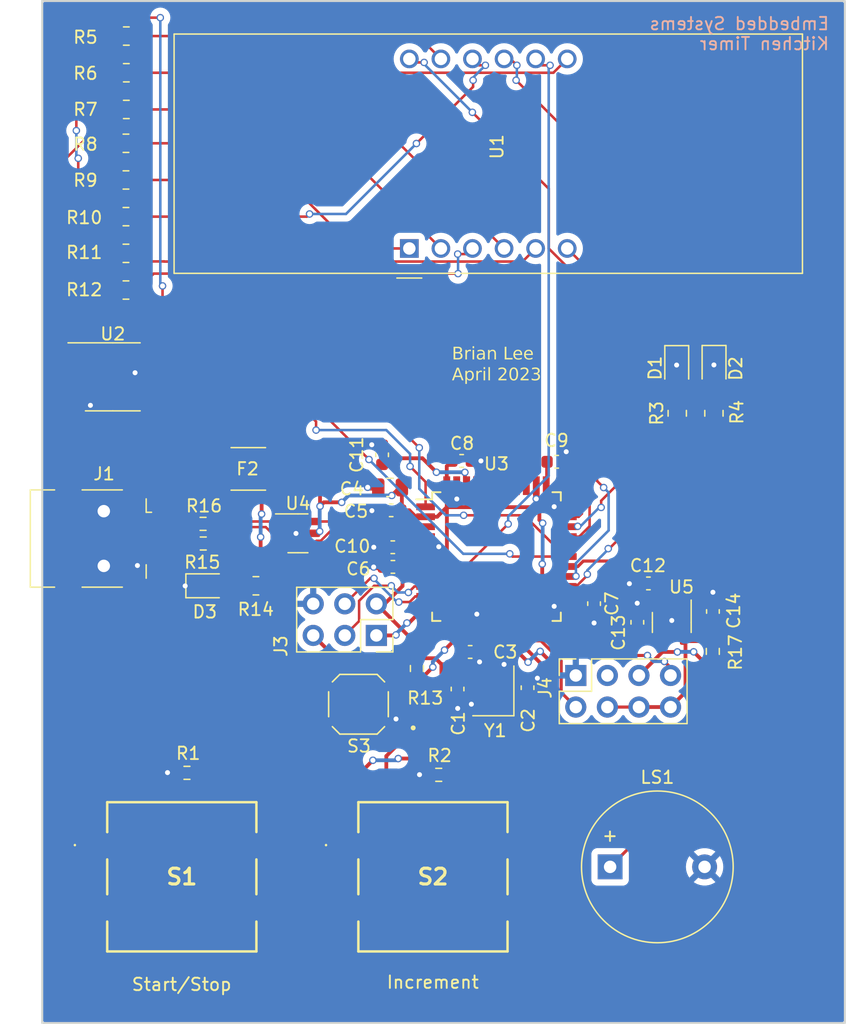
<source format=kicad_pcb>
(kicad_pcb (version 20221018) (generator pcbnew)
  (layers (0 "F.Cu" signal) (31 "B.Cu" signal) (34 "B.Paste" user) (35 "F.Paste" user) (36 "B.SilkS" user "B.Silkscreen") (37 "F.SilkS" user "F.Silkscreen") (38 "B.Mask" user) (39 "F.Mask" user) (44 "Edge.Cuts" user))
  (net 0 "")
  (net 1 "GND")
  (net 2 "Net-(D1-A)")
  (net 3 "Net-(D2-A)")
  (net 4 "Buzzer")
  (net 5 "Button_1")
  (net 6 "Button_2")
  (net 7 "RED_LED")
  (net 8 "GREEN_LED")
  (net 9 "a")
  (net 10 "Net-(U1-a)")
  (net 11 "b")
  (net 12 "Net-(U1-b)")
  (net 13 "c")
  (net 14 "Net-(U1-c)")
  (net 15 "d")
  (net 16 "Net-(U1-d)")
  (net 17 "e")
  (net 18 "Net-(U1-e)")
  (net 19 "f")
  (net 20 "Net-(U1-f)")
  (net 21 "g")
  (net 22 "Net-(U1-g)")
  (net 23 "dp")
  (net 24 "Net-(U1-DPX)")
  (net 27 "+5V")
  (net 30 "Dig4")
  (net 31 "Dig3")
  (net 32 "Dig2")
  (net 33 "Dig1")
  (net 35 "SH_CP")
  (net 36 "ST_CP")
  (net 37 "DS")
  (net 38 "XTAL2")
  (net 39 "XTAL1")
  (net 40 "RST")
  (net 41 "Net-(U5-BP)")
  (net 42 "+3.3V")
  (net 43 "Net-(J1-D-)")
  (net 45 "Net-(J1-D+)")
  (net 46 "MISO")
  (net 47 "SCK")
  (net 48 "MOSI")
  (net 49 "TX")
  (net 51 "Net-(J4-Pin_5)")
  (net 52 "RX")
  (net 54 "USB_CONN_D+")
  (net 55 "USB_CONN_D-")
  (net 56 "USB_D-")
  (net 57 "USB_D+")
  (net 64 "/UCAP")
  (net 65 "/AREF")
  (net 66 "Net-(D3-A)")
  (net 67 "Net-(J1-VBUS)")
  (net 69 "unconnected-(J1-Shield-Pad6)")
  (footprint "LED_SMD:LED_0805_2012Metric" (layer "F.Cu") (at 125.5625 102.9)
    (fp_text reference "D3")
    (fp_text value "LED")
  )
  (footprint "Resistor_SMD:R_0603_1608Metric" (layer "F.Cu") (at 125.26 97.92 180)
    (fp_text reference "R16")
    (fp_text value "22")
  )
  (footprint "Connector_PinSocket_2.54mm:PinSocket_2x03_P2.54mm_Vertical" (layer "F.Cu") (at 139.2 106.89 -90)
    (fp_text reference "J3")
    (fp_text value "AVR-ISP-6")
  )
  (footprint "Resistor_SMD:R_0805_2012Metric" (layer "F.Cu") (at 119.06 79.12)
    (fp_text reference "R12")
    (fp_text value "100")
  )
  (footprint "Capacitor_SMD:C_0603_1608Metric" (layer "F.Cu") (at 160.19 105.835 90)
    (fp_text reference "C13")
    (fp_text value "10nF")
  )
  (footprint "Package_TO_SOT_SMD:SOT-23-5" (layer "F.Cu") (at 162.96 105.85 -90)
    (fp_text reference "U5")
    (fp_text value "LP2985-3.3")
  )
  (footprint "Resistor_SMD:R_0805_2012Metric" (layer "F.Cu") (at 166.35 89.03 90)
    (fp_text reference "R4")
    (fp_text value "330")
  )
  (footprint "LED_SMD:LED_0805_2012Metric" (layer "F.Cu") (at 166.36 85.265 -90)
    (fp_text reference "D2")
    (fp_text value "LED")
  )
  (footprint "Capacitor_SMD:C_0603_1608Metric" (layer "F.Cu") (at 156.71 104.335 -90)
    (fp_text reference "C7")
    (fp_text value "0.1uF")
  )
  (footprint "Connector_PinSocket_2.54mm:PinSocket_2x04_P2.54mm_Vertical" (layer "F.Cu") (at 155.24 110.11 90)
    (fp_text reference "J4")
    (fp_text value "ESP_Conn")
  )
  (footprint "LED_SMD:LED_0805_2012Metric" (layer "F.Cu") (at 163.36 85.275 -90)
    (fp_text reference "D1")
    (fp_text value "LED")
  )
  (footprint "Resistor_SMD:R_0603_1608Metric" (layer "F.Cu") (at 142.46 109.55 -90)
    (fp_text reference "R13")
    (fp_text value "10k")
  )
  (footprint "Resistor_SMD:R_0805_2012Metric" (layer "F.Cu") (at 119.0875 58.7)
    (fp_text reference "R5")
    (fp_text value "100")
  )
  (footprint "Resistor_SMD:R_0805_2012Metric" (layer "F.Cu") (at 119.06 70.27)
    (fp_text reference "R9")
    (fp_text value "100")
  )
  (footprint "Resistor_SMD:R_0805_2012Metric" (layer "F.Cu") (at 119.06 73.22)
    (fp_text reference "R10")
    (fp_text value "100")
  )
  (footprint "Package_SO:TSSOP-16_4.4x5mm_P0.65mm" (layer "F.Cu") (at 118 86.1)
    (fp_text reference "U2")
    (fp_text value "74HC595")
  )
  (footprint "Package_QFP:TQFP-44_10x10mm_P0.8mm" (layer "F.Cu") (at 148.86 100.55)
    (fp_text reference "U3")
    (fp_text value "ATmega32U4-A")
  )
  (footprint "Capacitor_SMD:C_0603_1608Metric" (layer "F.Cu") (at 151.36 111.095 90)
    (fp_text reference "C2")
    (fp_text value "22pF")
  )
  (footprint "Resistor_SMD:R_0603_1608Metric" (layer "F.Cu") (at 166.26 108.175 -90)
    (fp_text reference "R17")
    (fp_text value "10k")
  )
  (footprint "Capacitor_SMD:C_0603_1608Metric" (layer "F.Cu") (at 139.66 92.37 90)
    (fp_text reference "C11")
    (fp_text value "0.2uF")
  )
  (footprint "Capacitor_SMD:C_0805_2012Metric" (layer "F.Cu") (at 140.3 94.99 180)
    (fp_text reference "C4")
    (fp_text value "10uF")
  )
  (footprint "Resistor_SMD:R_0805_2012Metric" (layer "F.Cu") (at 119.06 76.17)
    (fp_text reference "R11")
    (fp_text value "100")
  )
  (footprint "Capacitor_SMD:C_0603_1608Metric" (layer "F.Cu") (at 153.705 92.93)
    (fp_text reference "C9")
    (fp_text value "0.1uF")
  )
  (footprint "Resistor_SMD:R_0603_1608Metric" (layer "F.Cu") (at 123.965 117.94 180)
    (fp_text reference "R1")
    (fp_text value "10k")
  )
  (footprint "Capacitor_SMD:C_0603_1608Metric" (layer "F.Cu") (at 145.73 111.2 -90)
    (fp_text reference "C1")
    (fp_text value "22pF")
  )
  (footprint "PTS125_SMD_Button:PTS125_SMD_Button" (layer "F.Cu") (at 123.55 126.3)
    (fp_text reference "S1")
    (fp_text value "PTS125SM43SMTR21M_LFS" hide)
  )
  (footprint "PTS526_SMD_Button:PTS526_SMD_Button" (layer "F.Cu") (at 137.76 112.425 180)
    (fp_text reference "S3")
    (fp_text value "PTS526_SM08_SMTR2_LFS")
  )
  (footprint "Fuse:Fuse_1812_4532Metric" (layer "F.Cu") (at 128.9 93.5)
    (fp_text reference "F2")
    (fp_text value "PTCSMD")
  )
  (footprint "Resistor_SMD:R_0805_2012Metric" (layer "F.Cu") (at 119.0875 61.65)
    (fp_text reference "R6")
    (fp_text value "100")
  )
  (footprint "Capacitor_SMD:C_0603_1608Metric" (layer "F.Cu") (at 161.08 102.71 180)
    (fp_text reference "C12")
    (fp_text value "1uF")
  )
  (footprint "Resistor_SMD:R_0603_1608Metric" (layer "F.Cu") (at 125.275 99.5)
    (fp_text reference "R15")
    (fp_text value "22")
  )
  (footprint "Capacitor_SMD:C_0603_1608Metric" (layer "F.Cu") (at 146.06 92.86)
    (fp_text reference "C8")
    (fp_text value "0.1uF")
  )
  (footprint "Capacitor_SMD:C_0603_1608Metric" (layer "F.Cu") (at 140.53 101.38 180)
    (fp_text reference "C6")
    (fp_text value "0.1uF")
  )
  (footprint "Capacitor_SMD:C_0603_1608Metric" (layer "F.Cu") (at 166.27 104.965 90)
    (fp_text reference "C14")
    (fp_text value "2.2uF")
  )
  (footprint "Resistor_SMD:R_0805_2012Metric" (layer "F.Cu") (at 119.06 67.32)
    (fp_text reference "R8")
    (fp_text value "100")
  )
  (footprint "Capacitor_SMD:C_0603_1608Metric" (layer "F.Cu") (at 140.52 99.8 180)
    (fp_text reference "C10")
    (fp_text value "1uF")
  )
  (footprint "Resistor_SMD:R_0805_2012Metric" (layer "F.Cu") (at 129.5125 102.9 180)
    (fp_text reference "R14")
    (fp_text value "330")
  )
  (footprint "Resistor_SMD:R_0805_2012Metric" (layer "F.Cu") (at 119.0875 64.6)
    (fp_text reference "R7")
    (fp_text value "100")
  )
  (footprint "Capacitor_SMD:C_0603_1608Metric" (layer "F.Cu") (at 146.745 108.22)
    (fp_text reference "C3")
    (fp_text value "0.1uF")
  )
  (footprint "Crystal:Crystal_SMD_Abracon_ABM8G-4Pin_3.2x2.5mm" (layer "F.Cu") (at 148.61 111.35 90)
    (fp_text reference "Y1")
    (fp_text value "16MHz")
  )
  (footprint "Package_TO_SOT_SMD:SOT-23-6" (layer "F.Cu") (at 132.8925 98.68)
    (fp_text reference "U4")
    (fp_text value "USBLC6-2SC6")
  )
  (footprint "Connector_USB:USB_Mini-B_Lumberg_2486_01_Horizontal" (layer "F.Cu") (at 117.275 99.1 -90)
    (fp_text reference "J1")
    (fp_text value "USB_B_Mini")
  )
  (footprint "Display_7Segment:CA56-12EWA" (layer "F.Cu") (at 141.85 75.7775 90)
    (fp_text reference "U1")
    (fp_text value "CA56-12EWA")
  )
  (footprint "Resistor_SMD:R_0805_2012Metric" (layer "F.Cu") (at 163.4 89.03 90)
    (fp_text reference "R3")
    (fp_text value "330")
  )
  (footprint "Resistor_SMD:R_0603_1608Metric" (layer "F.Cu") (at 144.215 118.1 180)
    (fp_text reference "R2")
    (fp_text value "10k")
  )
  (footprint "PTS125_SMD_Button:PTS125_SMD_Button" (layer "F.Cu") (at 143.75 126.3)
    (fp_text reference "S2")
    (fp_text value "PTS125SM43SMTR21M_LFS" hide)
  )
  (footprint "Buzzer_Beeper:Buzzer_12x9.5RM7.6" (layer "F.Cu") (at 158 125.5)
    (fp_text reference "LS1")
    (fp_text value "Speaker")
  )
  (footprint "Capacitor_SMD:C_0603_1608Metric" (layer "F.Cu") (at 140.39 96.83 180)
    (fp_text reference "C5")
    (fp_text value "0.1uF")
  )
  (gr_rect (start 112.32 55.88) (end 176.88 138.06) (stroke (width 0.15)) (fill none) (layer "Edge.Cuts"))
  (gr_text "Embedded Systems\nKitchen Timer" (at 175.7 59.9) (layer "B.SilkS") (effects (font (size 1 1)) (justify left bottom mirror)))
  (gr_text "Increment" (at 139.95 135.36) (layer "F.SilkS") (effects (font (size 1 1)) (justify left bottom)))
  (gr_text "Brian Lee\nApril 2023" (at 145.27 86.55) (layer "F.SilkS") (effects (font (size 1 1)) (justify left bottom)))
  (gr_text "Start/Stop" (at 119.44 135.54) (layer "F.SilkS") (effects (font (size 1 1)) (justify left bottom)))
  (segment (start 138.865 91.595) (end 138.83 91.56) (width 0.508) (layer "F.Cu") (net 1))
  (segment (start 145.74 112.76) (end 145.74 111.985) (width 0.508) (layer "F.Cu") (net 1))
  (segment (start 119.975 101.265) (end 119.98 101.27) (width 0.508) (layer "F.Cu") (net 1))
  (segment (start 119.986526 85.77) (end 119.995526 85.779) (width 0.508) (layer "F.Cu") (net 1))
  (segment (start 154.48 92.13) (end 154.47 92.12) (width 0.508) (layer "F.Cu") (net 1))
  (segment (start 116.2 88.39) (end 116.189 88.379) (width 0.508) (layer "F.Cu") (net 1))
  (segment (start 159.57 102.71) (end 159.55 102.73) (width 0.508) (layer "F.Cu") (net 1))
  (segment (start 160.19 104.31) (end 160.18 104.3) (width 0.508) (layer "F.Cu") (net 1))
  (segment (start 132.725 98.68) (end 132.735 98.69) (width 0.508) (layer "F.Cu") (net 1))
  (segment (start 116.189 88.379) (end 115.1375 88.379) (width 0.508) (layer "F.Cu") (net 1))
  (segment (start 152.06 94.85) (end 152.06 95.91) (width 0.508) (layer "F.Cu") (net 1))
  (segment (start 142.685 118.1) (end 142.67 118.085) (width 0.508) (layer "F.Cu") (net 1))
  (segment (start 147.26 105.2) (end 147.28 105.18) (width 0.508) (layer "F.Cu") (net 1))
  (segment (start 131.755 98.68) (end 132.725 98.68) (width 0.508) (layer "F.Cu") (net 1))
  (segment (start 119.79 85.77) (end 119.986526 85.77) (width 0.508) (layer "F.Cu") (net 1))
  (segment (start 166.36 85.1325) (end 166.35 85.1425) (width 0.508) (layer "F.Cu") (net 1))
  (segment (start 152.14 110.32) (end 152.15 110.33) (width 0.508) (layer "F.Cu") (net 1))
  (segment (start 160.19 105.06) (end 160.19 104.31) (width 0.508) (layer "F.Cu") (net 1))
  (segment (start 146.87 112.45) (end 147.76 112.45) (width 0.508) (layer "F.Cu") (net 1))
  (segment (start 146.84 112.42) (end 146.87 112.45) (width 0.508) (layer "F.Cu") (net 1))
  (segment (start 140.76 113.63) (end 140.78 113.61) (width 0.508) (layer "F.Cu") (net 1))
  (segment (start 154.48 92.93) (end 154.48 92.13) (width 0.508) (layer "F.Cu") (net 1))
  (segment (start 147.52 108.22) (end 147.52 109) (width 0.508) (layer "F.Cu") (net 1))
  (segment (start 139.615 96.83) (end 138.87 96.83) (width 0.508) (layer "F.Cu") (net 1))
  (segment (start 154.56 104.55) (end 153.5 104.55) (width 0.508) (layer "F.Cu") (net 1))
  (segment (start 145.66 95.91) (end 145.66 94.85) (width 0.508) (layer "F.Cu") (net 1))
  (segment (start 138.51 94.99) (end 138.5 94.98) (width 0.508) (layer "F.Cu") (net 1))
  (segment (start 166.36 84.3275) (end 166.36 85.1325) (width 0.508) (layer "F.Cu") (net 1))
  (segment (start 124.625 102.9) (end 123.83 102.9) (width 0.508) (layer "F.Cu") (net 1))
  (segment (start 149.46 110.25) (end 149.46 109.23) (width 0.508) (layer "F.Cu") (net 1))
  (segment (start 166.27 104.19) (end 166.27 103.42) (width 0.508) (layer "F.Cu") (net 1))
  (segment (start 151.36 110.32) (end 152.14 110.32) (width 0.508) (layer "F.Cu") (net 1))
  (segment (start 139.745 99.8) (end 138.99 99.8) (width 0.508) (layer "F.Cu") (net 1))
  (segment (start 145.74 111.985) (end 145.73 111.975) (width 0.508) (layer "F.Cu") (net 1))
  (segment (start 139.35 94.99) (end 138.51 94.99) (width 0.508) (layer "F.Cu") (net 1))
  (segment (start 123.83 102.9) (end 123.82 102.91) (width 0.508) (layer "F.Cu") (net 1))
  (segment (start 154.56 96.55) (end 153.51 96.55) (width 0.508) (layer "F.Cu") (net 1))
  (segment (start 119.975 100.7) (end 119.975 101.265) (width 0.508) (layer "F.Cu") (net 1))
  (segment (start 163.36 84.3375) (end 163.36 85.1425) (width 0.508) (layer "F.Cu") (net 1))
  (segment (start 138.87 96.83) (end 138.84 96.86) (width 0.508) (layer "F.Cu") (net 1))
  (segment (start 140.76 114.275) (end 140.76 113.63) (width 0.508) (layer "F.Cu") (net 1))
  (segment (start 143.16 99.75) (end 144.21 99.75) (width 0.508) (layer "F.Cu") (net 1))
  (segment (start 139.755 101.38) (end 138.99 101.38) (width 0.508) (layer "F.Cu") (net 1))
  (segment (start 123.14 117.94) (end 122.42 117.94) (width 0.508) (layer "F.Cu") (net 1))
  (segment (start 144.21 99.75) (end 144.22 99.76) (width 0.508) (layer "F.Cu") (net 1))
  (segment (start 146.835 92.86) (end 147.61 92.86) (width 0.508) (layer "F.Cu") (net 1))
  (segment (start 143.39 118.1) (end 142.685 118.1) (width 0.508) (layer "F.Cu") (net 1))
  (segment (start 145.67 95.92) (end 145.66 95.91) (width 0.508) (layer "F.Cu") (net 1))
  (segment (start 122.42 117.94) (end 122.4 117.92) (width 0.508) (layer "F.Cu") (net 1))
  (segment (start 147.26 106.25) (end 147.26 105.2) (width 0.508) (layer "F.Cu") (net 1))
  (segment (start 138.99 101.38) (end 138.98 101.39) (width 0.508) (layer "F.Cu") (net 1))
  (segment (start 162.96 104.7125) (end 162.96 105.69) (width 0.508) (layer "F.Cu") (net 1))
  (segment (start 156.71 105.11) (end 156.71 105.89) (width 0.508) (layer "F.Cu") (net 1))
  (segment (start 160.305 102.71) (end 159.57 102.71) (width 0.508) (layer "F.Cu") (net 1))
  (segment (start 153.51 96.55) (end 153.5 96.54) (width 0.508) (layer "F.Cu") (net 1))
  (segment (start 139.66 91.595) (end 138.865 91.595) (width 0.508) (layer "F.Cu") (net 1))
  (segment (start 163.36 85.1425) (end 163.35 85.1525) (width 0.508) (layer "F.Cu") (net 1))
  (segment (start 149.46 109.23) (end 149.47 109.22) (width 0.508) (layer "F.Cu") (net 1))
  (segment (start 147.52 109) (end 147.5 109.02) (width 0.508) (layer "F.Cu") (net 1))
  (via (at 153.5 104.55) (size 0.6) (drill 0.4) (layers "F.Cu" "B.Cu") (net 1))
  (via (at 149.47 109.22) (size 0.6) (drill 0.4) (layers "F.Cu" "B.Cu") (net 1))
  (via (at 153.5 96.54) (size 0.6) (drill 0.4) (layers "F.Cu" "B.Cu") (net 1))
  (via (at 160.18 104.3) (size 0.6) (drill 0.4) (layers "F.Cu" "B.Cu") (net 1))
  (via (at 166.35 85.1425) (size 0.6) (drill 0.4) (layers "F.Cu" "B.Cu") (net 1))
  (via (at 138.99 99.8) (size 0.6) (drill 0.4) (layers "F.Cu" "B.Cu") (net 1))
  (via (at 138.5 94.98) (size 0.6) (drill 0.4) (layers "F.Cu" "B.Cu") (net 1))
  (via (at 162.96 105.69) (size 0.6) (drill 0.4) (layers "F.Cu" "B.Cu") (net 1))
  (via (at 154.47 92.12) (size 0.6) (drill 0.4) (layers "F.Cu" "B.Cu") (net 1))
  (via (at 142.67 118.085) (size 0.6) (drill 0.4) (layers "F.Cu" "B.Cu") (net 1))
  (via (at 145.74 112.76) (size 0.6) (drill 0.4) (layers "F.Cu" "B.Cu") (net 1))
  (via (at 159.55 102.73) (size 0.6) (drill 0.4) (layers "F.Cu" "B.Cu") (net 1))
  (via (at 138.83 91.56) (size 0.6) (drill 0.4) (layers "F.Cu" "B.Cu") (net 1))
  (via (at 147.61 92.86) (size 0.6) (drill 0.4) (layers "F.Cu" "B.Cu") (net 1))
  (via (at 145.67 95.92) (size 0.6) (drill 0.4) (layers "F.Cu" "B.Cu") (net 1))
  (via (at 152.06 95.91) (size 0.6) (drill 0.4) (layers "F.Cu" "B.Cu") (net 1))
  (via (at 146.84 112.42) (size 0.6) (drill 0.4) (layers "F.Cu" "B.Cu") (net 1))
  (via (at 163.35 85.1525) (size 0.6) (drill 0.4) (layers "F.Cu" "B.Cu") (net 1))
  (via (at 132.735 98.69) (size 0.6) (drill 0.4) (layers "F.Cu" "B.Cu") (net 1))
  (via (at 119.79 85.77) (size 0.6) (drill 0.4) (layers "F.Cu" "B.Cu") (net 1))
  (via (at 119.98 101.27) (size 0.6) (drill 0.4) (layers "F.Cu" "B.Cu") (net 1))
  (via (at 156.71 105.89) (size 0.6) (drill 0.4) (layers "F.Cu" "B.Cu") (net 1))
  (via (at 138.84 96.86) (size 0.6) (drill 0.4) (layers "F.Cu" "B.Cu") (net 1))
  (via (at 122.4 117.92) (size 0.6) (drill 0.4) (layers "F.Cu" "B.Cu") (net 1))
  (via (at 138.98 101.39) (size 0.6) (drill 0.4) (layers "F.Cu" "B.Cu") (net 1))
  (via (at 140.78 113.61) (size 0.6) (drill 0.4) (layers "F.Cu" "B.Cu") (net 1))
  (via (at 116.2 88.39) (size 0.6) (drill 0.4) (layers "F.Cu" "B.Cu") (net 1))
  (via (at 147.28 105.18) (size 0.6) (drill 0.4) (layers "F.Cu" "B.Cu") (net 1))
  (via (at 152.15 110.33) (size 0.6) (drill 0.4) (layers "F.Cu" "B.Cu") (net 1))
  (via (at 123.82 102.91) (size 0.6) (drill 0.4) (layers "F.Cu" "B.Cu") (net 1))
  (via (at 147.5 109.02) (size 0.6) (drill 0.4) (layers "F.Cu" "B.Cu") (net 1))
  (via (at 166.27 103.42) (size 0.6) (drill 0.4) (layers "F.Cu" "B.Cu") (net 1))
  (via (at 144.22 99.76) (size 0.6) (drill 0.4) (layers "F.Cu" "B.Cu") (net 1))
  (segment (start 163.36 88.0775) (end 163.4 88.1175) (width 0.3048) (layer "F.Cu") (net 2))
  (segment (start 163.36 86.2125) (end 163.36 88.0775) (width 0.3048) (layer "F.Cu") (net 2))
  (segment (start 166.35 86.2125) (end 166.36 86.2025) (width 0.3048) (layer "F.Cu") (net 3))
  (segment (start 166.35 88.1175) (end 166.35 86.2125) (width 0.3048) (layer "F.Cu") (net 3))
  (segment (start 170.64 101.68) (end 169.87 100.91) (width 0.25) (layer "F.Cu") (net 4))
  (segment (start 155.405 101.35) (end 154.56 101.35) (width 0.25) (layer "F.Cu") (net 4))
  (segment (start 169.87 100.91) (end 155.845 100.91) (width 0.25) (layer "F.Cu") (net 4))
  (segment (start 155.845 100.91) (end 155.405 101.35) (width 0.25) (layer "F.Cu") (net 4))
  (segment (start 170.64 112.86) (end 170.64 101.68) (width 0.25) (layer "F.Cu") (net 4))
  (segment (start 158 125.5) (end 170.64 112.86) (width 0.25) (layer "F.Cu") (net 4))
  (segment (start 140.96 116.79) (end 148.43 116.79) (width 0.3048) (layer "F.Cu") (net 5))
  (segment (start 132.05 123.8) (end 138.92 116.93) (width 0.3048) (layer "F.Cu") (net 5))
  (segment (start 130.65 123.8) (end 124.79 117.94) (width 0.3048) (layer "F.Cu") (net 5))
  (segment (start 152.91 109.6298) (end 150.46 107.1798) (width 0.3048) (layer "F.Cu") (net 5))
  (segment (start 148.43 116.79) (end 152.91 112.31) (width 0.3048) (layer "F.Cu") (net 5))
  (segment (start 150.46 107.1798) (end 150.46 106.25) (width 0.3048) (layer "F.Cu") (net 5))
  (segment (start 130.7 123.8) (end 130.65 123.8) (width 0.3048) (layer "F.Cu") (net 5))
  (segment (start 130.7 123.8) (end 132.05 123.8) (width 0.3048) (layer "F.Cu") (net 5))
  (segment (start 152.91 112.31) (end 152.91 109.6298) (width 0.3048) (layer "F.Cu") (net 5))
  (via (at 140.96 116.79) (size 0.6) (drill 0.4) (layers "F.Cu" "B.Cu") (net 5))
  (via (at 138.92 116.93) (size 0.6) (drill 0.4) (layers "F.Cu" "B.Cu") (net 5))
  (segment (start 140.91 116.93) (end 141.05 116.79) (width 0.3048) (layer "B.Cu") (net 5))
  (segment (start 138.92 116.93) (end 140.91 116.93) (width 0.3048) (layer "B.Cu") (net 5))
  (segment (start 141.05 116.79) (end 140.96 116.79) (width 0.3048) (layer "B.Cu") (net 5))
  (segment (start 149.66 107.301726) (end 149.66 106.25) (width 0.3048) (layer "F.Cu") (net 6))
  (segment (start 150.74 123.8) (end 145.04 118.1) (width 0.3048) (layer "F.Cu") (net 6))
  (segment (start 153.42 109.217872) (end 152.376064 108.173936) (width 0.3048) (layer "F.Cu") (net 6))
  (segment (start 145.04 118.1) (end 147.833896 118.1) (width 0.3048) (layer "F.Cu") (net 6))
  (segment (start 150.9 123.8) (end 150.74 123.8) (width 0.3048) (layer "F.Cu") (net 6))
  (segment (start 151.399137 109.040863) (end 149.66 107.301726) (width 0.3048) (layer "F.Cu") (net 6))
  (segment (start 147.833896 118.1) (end 153.42 112.513896) (width 0.3048) (layer "F.Cu") (net 6))
  (segment (start 153.42 112.513896) (end 153.42 109.217872) (width 0.3048) (layer "F.Cu") (net 6))
  (via (at 151.399137 109.040863) (size 0.6) (drill 0.4) (layers "F.Cu" "B.Cu") (net 6))
  (via (at 152.376064 108.173936) (size 0.6) (drill 0.4) (layers "F.Cu" "B.Cu") (net 6))
  (segment (start 152.376064 108.173936) (end 152.266064 108.173936) (width 0.3048) (layer "B.Cu") (net 6))
  (segment (start 152.266064 108.173936) (end 151.399137 109.040863) (width 0.3048) (layer "B.Cu") (net 6))
  (segment (start 157.28 96.0625) (end 163.4 89.9425) (width 0.2032) (layer "F.Cu") (net 7))
  (segment (start 154.56 98.15) (end 155.35947 98.15) (width 0.2032) (layer "F.Cu") (net 7))
  (segment (start 157.28 96.6) (end 157.28 96.0625) (width 0.2032) (layer "F.Cu") (net 7))
  (segment (start 155.35947 98.15) (end 155.391694 98.117776) (width 0.2032) (layer "F.Cu") (net 7))
  (via (at 157.28 96.6) (size 0.6) (drill 0.4) (layers "F.Cu" "B.Cu") (net 7))
  (via (at 155.391694 98.117776) (size 0.6) (drill 0.4) (layers "F.Cu" "B.Cu") (net 7))
  (segment (start 157.13 96.6) (end 157.28 96.6) (width 0.2032) (layer "B.Cu") (net 7))
  (segment (start 155.391694 98.117776) (end 155.612224 98.117776) (width 0.2032) (layer "B.Cu") (net 7))
  (segment (start 155.612224 98.117776) (end 157.13 96.6) (width 0.2032) (layer "B.Cu") (net 7))
  (segment (start 157.930791 99.91) (end 166.35 91.490791) (width 0.2032) (layer "F.Cu") (net 8))
  (segment (start 157.85 99.91) (end 157.930791 99.91) (width 0.2032) (layer "F.Cu") (net 8))
  (segment (start 156.166823 102.058177) (end 156.166823 101.9745) (width 0.2032) (layer "F.Cu") (net 8))
  (segment (start 166.35 91.490791) (end 166.35 89.9425) (width 0.2032) (layer "F.Cu") (net 8))
  (segment (start 154.56 102.95) (end 155.275 102.95) (width 0.2032) (layer "F.Cu") (net 8))
  (segment (start 155.275 102.95) (end 156.166823 102.058177) (width 0.2032) (layer "F.Cu") (net 8))
  (via (at 157.85 99.91) (size 0.6) (drill 0.4) (layers "F.Cu" "B.Cu") (net 8))
  (via (at 156.166823 101.9745) (size 0.6) (drill 0.4) (layers "F.Cu" "B.Cu") (net 8))
  (segment (start 156.166823 101.653177) (end 157.85 99.97) (width 0.2032) (layer "B.Cu") (net 8))
  (segment (start 157.85 99.97) (end 157.85 99.91) (width 0.2032) (layer "B.Cu") (net 8))
  (segment (start 156.166823 101.9745) (end 156.166823 101.653177) (width 0.2032) (layer "B.Cu") (net 8))
  (segment (start 119.655 57.22) (end 121.82 57.22) (width 0.2032) (layer "F.Cu") (net 9))
  (segment (start 122 78.79) (end 122 84.18) (width 0.2032) (layer "F.Cu") (net 9))
  (segment (start 118.175 58.7) (end 119.655 57.22) (width 0.2032) (layer "F.Cu") (net 9))
  (segment (start 122 84.18) (end 121.705 84.475) (width 0.2032) (layer "F.Cu") (net 9))
  (segment (start 121.705 84.475) (end 120.8625 84.475) (width 0.2032) (layer "F.Cu") (net 9))
  (via (at 122 78.79) (size 0.6) (drill 0.4) (layers "F.Cu" "B.Cu") (net 9))
  (via (at 121.82 57.22) (size 0.6) (drill 0.4) (layers "F.Cu" "B.Cu") (net 9))
  (segment (start 121.82 78.61) (end 122 78.79) (width 0.2032) (layer "B.Cu") (net 9))
  (segment (start 121.82 57.22) (end 121.82 78.61) (width 0.2032) (layer "B.Cu") (net 9))
  (segment (start 120 58.7) (end 142.5525 58.7) (width 0.2032) (layer "F.Cu") (net 10))
  (segment (start 142.5525 58.7) (end 144.39 60.5375) (width 0.2032) (layer "F.Cu") (net 10))
  (segment (start 115.22 68.53) (end 115.22 83.7425) (width 0.2032) (layer "F.Cu") (net 11))
  (segment (start 115.067458 64.757542) (end 118.175 61.65) (width 0.2032) (layer "F.Cu") (net 11))
  (segment (start 115.067458 66.3) (end 115.067458 64.757542) (width 0.2032) (layer "F.Cu") (net 11))
  (segment (start 115.22 83.7425) (end 115.1375 83.825) (width 0.2032) (layer "F.Cu") (net 11))
  (via (at 115.067458 66.3) (size 0.6) (drill 0.4) (layers "F.Cu" "B.Cu") (net 11))
  (via (at 115.22 68.53) (size 0.6) (drill 0.4) (layers "F.Cu" "B.Cu") (net 11))
  (segment (start 115.067458 66.3) (end 115.067458 68.377458) (width 0.2032) (layer "B.Cu") (net 11))
  (segment (start 115.067458 68.377458) (end 115.22 68.53) (width 0.2032) (layer "B.Cu") (net 11))
  (segment (start 153.4375 61.65) (end 154.55 60.5375) (width 0.2032) (layer "F.Cu") (net 12))
  (segment (start 120 61.65) (end 153.4375 61.65) (width 0.2032) (layer "F.Cu") (net 12))
  (segment (start 118.175 64.6) (end 113.86 68.915) (width 0.2032) (layer "F.Cu") (net 13))
  (segment (start 113.86 68.915) (end 113.86 84.08) (width 0.2032) (layer "F.Cu") (net 13))
  (segment (start 113.86 84.08) (end 114.255 84.475) (width 0.2032) (layer "F.Cu") (net 13))
  (segment (start 114.255 84.475) (end 115.1375 84.475) (width 0.2032) (layer "F.Cu") (net 13))
  (segment (start 138.2925 64.6) (end 149.47 75.7775) (width 0.2032) (layer "F.Cu") (net 14))
  (segment (start 120 64.6) (end 138.2925 64.6) (width 0.2032) (layer "F.Cu") (net 14))
  (segment (start 116.5347 84.383248) (end 115.792948 85.125) (width 0.2032) (layer "F.Cu") (net 15))
  (segment (start 118.1475 67.32) (end 116.1238 69.3437) (width 0.2032) (layer "F.Cu") (net 15))
  (segment (start 116.5347 80.71041) (end 116.5347 84.383248) (width 0.2032) (layer "F.Cu") (net 15))
  (segment (start 115.792948 85.125) (end 115.1375 85.125) (width 0.2032) (layer "F.Cu") (net 15))
  (segment (start 116.1238 80.29951) (end 116.5347 80.71041) (width 0.2032) (layer "F.Cu") (net 15))
  (segment (start 116.1238 69.3437) (end 116.1238 80.29951) (width 0.2032) (layer "F.Cu") (net 15))
  (segment (start 119.9725 67.32) (end 135.9325 67.32) (width 0.2032) (layer "F.Cu") (net 16))
  (segment (start 135.9325 67.32) (end 144.39 75.7775) (width 0.2032) (layer "F.Cu") (net 16))
  (segment (start 118.1475 70.27) (end 116.527 71.8905) (width 0.2032) (layer "F.Cu") (net 17))
  (segment (start 116.527 80.1325) (end 116.9379 80.5434) (width 0.2032) (layer "F.Cu") (net 17))
  (segment (start 116.9379 80.5434) (end 116.9379 84.6321) (width 0.2032) (layer "F.Cu") (net 17))
  (segment (start 116.9379 84.6321) (end 115.795 85.775) (width 0.2032) (layer "F.Cu") (net 17))
  (segment (start 115.795 85.775) (end 115.1375 85.775) (width 0.2032) (layer "F.Cu") (net 17))
  (segment (start 116.527 71.8905) (end 116.527 80.1325) (width 0.2032) (layer "F.Cu") (net 17))
  (segment (start 137.4475 75.7775) (end 141.85 75.7775) (width 0.2032) (layer "F.Cu") (net 18))
  (segment (start 119.9725 70.27) (end 131.94 70.27) (width 0.2032) (layer "F.Cu") (net 18))
  (segment (start 131.94 70.27) (end 137.4475 75.7775) (width 0.2032) (layer "F.Cu") (net 18))
  (segment (start 116.9302 79.96549) (end 117.3411 80.37639) (width 0.2032) (layer "F.Cu") (net 19))
  (segment (start 116.9302 74.4373) (end 116.9302 79.96549) (width 0.2032) (layer "F.Cu") (net 19))
  (segment (start 117.3411 80.37639) (end 117.3411 84.95869) (width 0.2032) (layer "F.Cu") (net 19))
  (segment (start 117.3411 84.95869) (end 115.87479 86.425) (width 0.2032) (layer "F.Cu") (net 19))
  (segment (start 115.87479 86.425) (end 115.1375 86.425) (width 0.2032) (layer "F.Cu") (net 19))
  (segment (start 118.1475 73.22) (end 116.9302 74.4373) (width 0.2032) (layer "F.Cu") (net 19))
  (segment (start 147.4414 61.0489) (end 146.93 60.5375) (width 0.2032) (layer "F.Cu") (net 20))
  (segment (start 119.9725 73.22) (end 133.61 73.22) (width 0.2032) (layer "F.Cu") (net 20))
  (segment (start 146.98 62.78) (end 146.98 62.2511) (width 0.2032) (layer "F.Cu") (net 20))
  (segment (start 147.97 61.0489) (end 147.4414 61.0489) (width 0.2032) (layer "F.Cu") (net 20))
  (segment (start 133.61 73.22) (end 133.824958 73.005042) (width 0.2032) (layer "F.Cu") (net 20))
  (segment (start 146.93 62.83) (end 146.98 62.78) (width 0.2032) (layer "F.Cu") (net 20))
  (segment (start 142.42 67.34) (end 146.93 62.83) (width 0.2032) (layer "F.Cu") (net 20))
  (via (at 142.42 67.34) (size 0.6) (drill 0.4) (layers "F.Cu" "B.Cu") (net 20))
  (via (at 147.97 61.0489) (size 0.6) (drill 0.4) (layers "F.Cu" "B.Cu") (net 20))
  (via (at 133.824958 73.005042) (size 0.6) (drill 0.4) (layers "F.Cu" "B.Cu") (net 20))
  (via (at 146.98 62.2511) (size 0.6) (drill 0.4) (layers "F.Cu" "B.Cu") (net 20))
  (segment (start 146.98 62.0389) (end 147.97 61.0489) (width 0.2032) (layer "B.Cu") (net 20))
  (segment (start 133.824958 73.005042) (end 136.754958 73.005042) (width 0.2032) (layer "B.Cu") (net 20))
  (segment (start 146.98 62.2511) (end 146.98 62.0389) (width 0.2032) (layer "B.Cu") (net 20))
  (segment (start 136.754958 73.005042) (end 142.42 67.34) (width 0.2032) (layer "B.Cu") (net 20))
  (segment (start 117.7443 85.1257) (end 115.795 87.075) (width 0.2032) (layer "F.Cu") (net 21))
  (segment (start 115.795 87.075) (end 115.1375 87.075) (width 0.2032) (layer "F.Cu") (net 21))
  (segment (start 117.3334 76.9841) (end 117.3334 79.79848) (width 0.2032) (layer "F.Cu") (net 21))
  (segment (start 117.7443 80.20938) (end 117.7443 85.1257) (width 0.2032) (layer "F.Cu") (net 21))
  (segment (start 117.3334 79.79848) (end 117.7443 80.20938) (width 0.2032) (layer "F.Cu") (net 21))
  (segment (start 118.1475 76.17) (end 117.3334 76.9841) (width 0.2032) (layer "F.Cu") (net 21))
  (segment (start 150.9584 76.8291) (end 152.01 75.7775) (width 0.2032) (layer "F.Cu") (net 22))
  (segment (start 122.1391 76.8291) (end 150.9584 76.8291) (width 0.2032) (layer "F.Cu") (net 22))
  (segment (start 122.13 76.82) (end 122.1391 76.8291) (width 0.2032) (layer "F.Cu") (net 22))
  (segment (start 119.9725 76.17) (end 120.6225 76.82) (width 0.2032) (layer "F.Cu") (net 22))
  (segment (start 120.6225 76.82) (end 122.13 76.82) (width 0.2032) (layer "F.Cu") (net 22))
  (segment (start 118.1475 85.591709) (end 116.014209 87.725) (width 0.2032) (layer "F.Cu") (net 23))
  (segment (start 118.1475 79.12) (end 118.1475 85.591709) (width 0.2032) (layer "F.Cu") (net 23))
  (segment (start 116.014209 87.725) (end 115.1375 87.725) (width 0.2032) (layer "F.Cu") (net 23))
  (segment (start 119.9725 79.12) (end 121.2925 77.8) (width 0.2032) (layer "F.Cu") (net 24))
  (segment (start 121.2925 77.8) (end 145.77 77.8) (width 0.2032) (layer "F.Cu") (net 24))
  (segment (start 146.4795 76.228) (end 146.93 75.7775) (width 0.2032) (layer "F.Cu") (net 24))
  (segment (start 145.74 76.228) (end 146.4795 76.228) (width 0.2032) (layer "F.Cu") (net 24))
  (via (at 145.77 77.8) (size 0.6) (drill 0.4) (layers "F.Cu" "B.Cu") (net 24))
  (via (at 145.74 76.228) (size 0.6) (drill 0.4) (layers "F.Cu" "B.Cu") (net 24))
  (segment (start 145.77 76.258) (end 145.74 76.228) (width 0.2032) (layer "B.Cu") (net 24))
  (segment (start 145.77 77.8) (end 145.77 76.258) (width 0.2032) (layer "B.Cu") (net 24))
  (segment (start 140 125.4) (end 136.6 128.8) (width 0.3048) (layer "F.Cu") (net 27))
  (segment (start 120.13521 87.725) (end 119.1376 86.72739) (width 0.3048) (layer "F.Cu") (net 27))
  (segment (start 161.855 103.59) (end 163.171751 103.59) (width 0.3048) (layer "F.Cu") (net 27))
  (segment (start 145.97 108.22) (end 144.982633 109.207367) (width 0.3048) (layer "F.Cu") (net 27))
  (segment (start 144.8724 100.5674) (end 144.0898 101.35) (width 0.3048) (layer "F.Cu") (net 27))
  (segment (start 144.0898 101.35) (end 143.16 101.35) (width 0.3048) (layer "F.Cu") (net 27))
  (segment (start 125.31239 91.4476) (end 121.58979 87.725) (width 0.3048) (layer "F.Cu") (net 27))
  (segment (start 141.25 94.99) (end 141.25 96.745) (width 0.3048) (layer "F.Cu") (net 27))
  (segment (start 121.58979 87.725) (end 120.8625 87.725) (width 0.3048) (layer "F.Cu") (net 27))
  (segment (start 161.855 102.71) (end 161.855 103.59) (width 0.3048) (layer "F.Cu") (net 27))
  (segment (start 152.54 101.1511) (end 152.54 102.6598) (width 0.3048) (layer "F.Cu") (net 27))
  (segment (start 152.93 94.78) (end 152.86 94.85) (width 0.3048) (layer "F.Cu") (net 27))
  (segment (start 161.855 103.59) (end 161.855 104.5575) (width 0.3048) (layer "F.Cu") (net 27))
  (segment (start 152.93 92.93) (end 152.93 94.78) (width 0.3048) (layer "F.Cu") (net 27))
  (segment (start 144.86 96.5798) (end 144.0898 97.35) (width 0.3048) (layer "F.Cu") (net 27))
  (segment (start 152.86 96.032633) (end 152.86 94.85) (width 0.3048) (layer "F.Cu") (net 27))
  (segment (start 142.46 107.61) (end 139.2 104.35) (width 0.3048) (layer "F.Cu") (net 27))
  (segment (start 120.085 83.825) (end 120.8625 83.825) (width 0.3048) (layer "F.Cu") (net 27))
  (segment (start 144.8724 96.5922) (end 144.8724 100.5674) (width 0.3048) (layer "F.Cu") (net 27))
  (segment (start 144.86 93.285) (end 144.86 94.85) (width 0.3048) (layer "F.Cu") (net 27))
  (segment (start 142.36979 97.35) (end 143.16 97.35) (width 0.3048) (layer "F.Cu") (net 27))
  (segment (start 141.25 96.745) (end 141.165 96.83) (width 0.3048) (layer "F.Cu") (net 27))
  (segment (start 140 116.5898) (end 140 125.4) (width 0.3048) (layer "F.Cu") (net 27))
  (segment (start 141.84979 96.83) (end 142.36979 97.35) (width 0.3048) (layer "F.Cu") (net 27))
  (segment (start 163.91 104.7125) (end 163.91 104.328249) (width 0.25) (layer "F.Cu") (net 27))
  (segment (start 134.67 96.5) (end 134.67 93.55) (width 0.3048) (layer "F.Cu") (net 27))
  (segment (start 129.97 94.5675) (end 131.0375 93.5) (width 0.3048) (layer "F.Cu") (net 27))
  (segment (start 130.425 102.9) (end 129.89 102.365) (width 0.3048) (layer "F.Cu") (net 27))
  (segment (start 141.25 94.99) (end 141.09 94.99) (width 0.3048) (layer "F.Cu") (net 27))
  (segment (start 161.855 104.5575) (end 162.01 104.7125) (width 0.3048) (layer "F.Cu") (net 27))
  (segment (start 144.86 94.85) (end 144.86 96.5798) (width 0.3048) (layer "F.Cu") (net 27))
  (segment (start 135.62 132.44) (end 136.6 131.46) (width 0.25) (layer "F.Cu") (net 27))
  (segment (start 131.0375 93.5) (end 134.62 93.5) (width 0.3048) (layer "F.Cu") (net 27))
  (segment (start 145.285 92.86) (end 144.86 93.285) (width 0.3048) (layer "F.Cu") (net 27))
  (segment (start 144.43 109.207367) (end 144.43 112.1598) (width 0.3048) (layer "F.Cu") (net 27))
  (segment (start 120.04 132.44) (end 135.62 132.44) (width 0.25) (layer "F.Cu") (net 27))
  (segment (start 129.89 102.365) (end 129.89 98.98) (width 0.3048) (layer "F.Cu") (net 27))
  (segment (start 163.91 104.289499) (end 163.91 104.7125) (width 0.3048) (layer "F.Cu") (net 27))
  (segment (start 125.31239 91.4476) (end 128.9851 91.4476) (width 0.3048) (layer "F.Cu") (net 27))
  (segment (start 156.71 103.56) (end 161.825 103.56) (width 0.3048) (layer "F.Cu") (net 27))
  (segment (start 134.67 93.55) (end 134.62 93.5) (width 0.3048) (layer "F.Cu") (net 27))
  (segment (start 141.09 94.99) (end 140.44 95.64) (width 0.3048) (layer "F.Cu") (net 27))
  (segment (start 156.52 103.75) (end 156.71 103.56) (width 0.3048) (layer "F.Cu") (net 27))
  (segment (start 146.46 107.73) (end 146.46 106.25) (width 0.3048) (layer "F.Cu") (net 27))
  (segment (start 144.43 112.1598) (end 140 116.5898) (width 0.3048) (layer "F.Cu") (net 27))
  (segment (start 136.41 96.19) (end 134.98 96.19) (width 0.3048) (layer "F.Cu") (net 27))
  (segment (start 152.312833 96.5798) (end 152.312833 97.605949) (width 0.3048) (layer "F.Cu") (net 27))
  (segment (start 134.98 96.19) (end 134.67 96.5) (width 0.3048) (layer "F.Cu") (net 27))
  (segment (start 128.9851 91.4476) (end 131.0375 93.5) (width 0.3048) (layer "F.Cu") (net 27))
  (segment (start 142.46 108.725) (end 143.947633 108.725) (width 0.3048) (layer "F.Cu") (net 27))
  (segment (start 134.481074 98.68) (end 134.638744 98.52233) (width 0.3048) (layer "F.Cu") (net 27))
  (segment (start 162.01 104.7125) (end 162.01 104.565) (width 0.3048) (layer "F.Cu") (net 27))
  (segment (start 119.1376 86.72739) (end 119.1376 84.7724) (width 0.3048) (layer "F.Cu") (net 27))
  (segment (start 163.91 104.328249) (end 163.306751 103.725) (width 0.25) (layer "F.Cu") (net 27))
  (segment (start 143.947633 108.725) (end 144.43 109.207367) (width 0.3048) (layer "F.Cu") (net 27))
  (segment (start 145.97 108.22) (end 146.46 107.73) (width 0.3048) (layer "F.Cu") (net 27))
  (segment (start 141.305 101.38) (end 141.305 102.917633) (width 0.3048) (layer "F.Cu") (net 27))
  (segment (start 152.312833 97.605949) (end 152.573442 97.866558) (width 0.3048) (layer "F.Cu") (net 27))
  (segment (start 119.1376 84.7724) (end 120.085 83.825) (width 0.3048) (layer "F.Cu") (net 27))
  (segment (start 152.54 102.6598) (end 153.6302 103.75) (width 0.3048) (layer "F.Cu") (net 27))
  (segment (start 116.4 128.8) (end 120.04 132.44) (width 0.25) (layer "F.Cu") (net 27))
  (segment (start 142.46 108.725) (end 142.46 107.61) (width 0.3048) (layer "F.Cu") (net 27))
  (segment (start 143.13 101.38) (end 143.16 101.35) (width 0.3048) (layer "F.Cu") (net 27))
  (segment (start 141.165 96.83) (end 141.84979 96.83) (width 0.3048) (layer "F.Cu") (net 27))
  (segment (start 154.56 103.75) (end 156.52 103.75) (width 0.3048) (layer "F.Cu") (net 27))
  (segment (start 134.03 98.68) (end 134.481074 98.68) (width 0.3048) (layer "F.Cu") (net 27))
  (segment (start 120.8625 87.725) (end 120.13521 87.725) (width 0.3048) (layer "F.Cu") (net 27))
  (segment (start 152.312833 96.5798) (end 152.86 96.032633) (width 0.3048) (layer "F.Cu") (net 27))
  (segment (start 141.305 102.917633) (end 139.872633 104.35) (width 0.3048) (layer "F.Cu") (net 27))
  (segment (start 161.825 103.56) (end 161.855 103.59) (width 0.3048) (layer "F.Cu") (net 27))
  (segment (start 144.86 96.5798) (end 144.8724 96.5922) (width 0.3048) (layer "F.Cu") (net 27))
  (segment (start 144.0898 97.35) (end 143.16 97.35) (width 0.3048) (layer "F.Cu") (net 27))
  (segment (start 163.171751 103.59) (end 163.306751 103.725) (width 0.3048) (layer "F.Cu") (net 27))
  (segment (start 141.305 101.38) (end 143.13 101.38) (width 0.3048) (layer "F.Cu") (net 27))
  (segment (start 144.982633 109.207367) (end 144.43 109.207367) (width 0.3048) (layer "F.Cu") (net 27))
  (segment (start 129.97 97.1305) (end 129.97 94.5675) (width 0.3048) (layer "F.Cu") (net 27))
  (segment (start 139.872633 104.35) (end 139.2 104.35) (width 0.3048) (layer "F.Cu") (net 27))
  (segment (start 136.6 131.46) (end 136.6 128.8) (width 0.25) (layer "F.Cu") (net 27))
  (segment (start 144.86 96.5798) (end 152.312833 96.5798) (width 0.3048) (layer "F.Cu") (net 27))
  (segment (start 153.6302 103.75) (end 154.56 103.75) (width 0.3048) (layer "F.Cu") (net 27))
  (via (at 129.97 97.1305) (size 0.6) (drill 0.4) (layers "F.Cu" "B.Cu") (net 27))
  (via (at 152.54 101.1511) (size 0.6) (drill 0.4) (layers "F.Cu" "B.Cu") (net 27))
  (via (at 140.44 95.64) (size 0.6) (drill 0.4) (layers "F.Cu" "B.Cu") (net 27))
  (via (at 152.573442 97.866558) (size 0.6) (drill 0.4) (layers "F.Cu" "B.Cu") (net 27))
  (via (at 134.67 96.5) (size 0.6) (drill 0.4) (layers "F.Cu" "B.Cu") (net 27))
  (via (at 134.638744 98.52233) (size 0.6) (drill 0.4) (layers "F.Cu" "B.Cu") (net 27))
  (via (at 136.41 96.19) (size 0.6) (drill 0.4) (layers "F.Cu" "B.Cu") (net 27))
  (via (at 129.89 98.98) (size 0.6) (drill 0.4) (layers "F.Cu" "B.Cu") (net 27))
  (segment (start 134.638744 98.52233) (end 134.638744 96.531256) (width 0.3048) (layer "B.Cu") (net 27))
  (segment (start 136.96 95.64) (end 136.41 96.19) (width 0.3048) (layer "B.Cu") (net 27))
  (segment (start 140.44 95.64) (end 136.96 95.64) (width 0.3048) (layer "B.Cu") (net 27))
  (segment (start 152.573442 97.866558) (end 152.573442 101.117658) (width 0.3048) (layer "B.Cu") (net 27))
  (segment (start 152.573442 101.117658) (end 152.54 101.1511) (width 0.3048) (layer "B.Cu") (net 27))
  (segment (start 129.89 98.98) (end 129.89 97.2105) (width 0.3048) (layer "B.Cu") (net 27))
  (segment (start 129.89 97.2105) (end 129.97 97.1305) (width 0.3048) (layer "B.Cu") (net 27))
  (segment (start 134.638744 96.531256) (end 134.67 96.5) (width 0.3048) (layer "B.Cu") (net 27))
  (segment (start 156.35 77.5775) (end 156.35 98.1132) (width 0.2032) (layer "F.Cu") (net 30))
  (segment (start 154.55 75.7775) (end 156.35 77.5775) (width 0.2032) (layer "F.Cu") (net 30))
  (segment (start 155.5132 98.95) (end 154.56 98.95) (width 0.2032) (layer "F.Cu") (net 30))
  (segment (start 156.35 98.1132) (end 155.5132 98.95) (width 0.2032) (layer "F.Cu") (net 30))
  (segment (start 149.8 97.93) (end 144.86 102.87) (width 0.2032) (layer "F.Cu") (net 31))
  (segment (start 144.86 102.87) (end 144.86 106.25) (width 0.2032) (layer "F.Cu") (net 31))
  (segment (start 152.5214 61.0489) (end 152.01 60.5375) (width 0.2032) (layer "F.Cu") (net 31))
  (segment (start 153.168708 61.0489) (end 152.5214 61.0489) (width 0.2032) (layer "F.Cu") (net 31))
  (via (at 149.8 97.93) (size 0.6) (drill 0.4) (layers "F.Cu" "B.Cu") (net 31))
  (via (at 153.168708 61.0489) (size 0.6) (drill 0.4) (layers "F.Cu" "B.Cu") (net 31))
  (segment (start 153.0616 94.057609) (end 149.8 97.319209) (width 0.2032) (layer "B.Cu") (net 31))
  (segment (start 153.168708 61.0489) (end 153.0616 61.156008) (width 0.2032) (layer "B.Cu") (net 31))
  (segment (start 153.0616 61.156008) (end 153.0616 94.057609) (width 0.2032) (layer "B.Cu") (net 31))
  (segment (start 149.8 97.319209) (end 149.8 97.93) (width 0.2032) (layer "B.Cu") (net 31))
  (segment (start 155.250415 102.124501) (end 154.585499 102.124501) (width 0.2032) (layer "F.Cu") (net 32))
  (segment (start 156.9516 94.4716) (end 157.48 95) (width 0.2032) (layer "F.Cu") (net 32))
  (segment (start 149.9886 60.5375) (end 150.5 61.0489) (width 0.2032) (layer "F.Cu") (net 32))
  (segment (start 149.47 60.5375) (end 149.9886 60.5375) (width 0.2032) (layer "F.Cu") (net 32))
  (segment (start 154.585499 102.124501) (end 154.56 102.15) (width 0.2032) (layer "F.Cu") (net 32))
  (segment (start 150.44 62.2511) (end 156.9516 68.7627) (width 0.2032) (layer "F.Cu") (net 32))
  (segment (start 156.9516 68.7627) (end 156.9516 94.4716) (width 0.2032) (layer "F.Cu") (net 32))
  (via (at 150.44 62.2511) (size 0.6) (drill 0.4) (layers "F.Cu" "B.Cu") (net 32))
  (via (at 155.250415 102.124501) (size 0.6) (drill 0.4) (layers "F.Cu" "B.Cu") (net 32))
  (via (at 157.48 95) (size 0.6) (drill 0.4) (layers "F.Cu" "B.Cu") (net 32))
  (via (at 150.5 61.0489) (size 0.6) (drill 0.4) (layers "F.Cu" "B.Cu") (net 32))
  (segment (start 155.250416 101.084083) (end 155.250415 102.124501) (width 0.2032) (layer "B.Cu") (net 32))
  (segment (start 150.5 61.0489) (end 150.5 62.1911) (width 0.2032) (layer "B.Cu") (net 32))
  (segment (start 157.48 95) (end 157.8816 95.4016) (width 0.2032) (layer "B.Cu") (net 32))
  (segment (start 157.8816 95.4016) (end 157.8816 98.452899) (width 0.2032) (layer "B.Cu") (net 32))
  (segment (start 150.5 62.1911) (end 150.44 62.2511) (width 0.2032) (layer "B.Cu") (net 32))
  (segment (start 157.8816 98.452899) (end 155.250416 101.084083) (width 0.2032) (layer "B.Cu") (net 32))
  (segment (start 155.727657 78.442344) (end 153.0616 75.776287) (width 0.2032) (layer "F.Cu") (net 33))
  (segment (start 155.727657 97.101972) (end 155.727657 78.442344) (width 0.2032) (layer "F.Cu") (net 33))
  (segment (start 142.1325 60.82) (end 141.85 60.5375) (width 0.2032) (layer "F.Cu") (net 33))
  (segment (start 154.56 97.35) (end 155.479629 97.35) (width 0.2032) (layer "F.Cu") (net 33))
  (segment (start 153.0616 70.9716) (end 146.92 64.83) (width 0.2032) (layer "F.Cu") (net 33))
  (segment (start 155.479629 97.35) (end 155.727657 97.101972) (width 0.2032) (layer "F.Cu") (net 33))
  (segment (start 143.04 60.82) (end 142.1325 60.82) (width 0.2032) (layer "F.Cu") (net 33))
  (segment (start 153.0616 75.776287) (end 153.0616 70.9716) (width 0.2032) (layer "F.Cu") (net 33))
  (via (at 146.92 64.83) (size 0.6) (drill 0.4) (layers "F.Cu" "B.Cu") (net 33))
  (via (at 143.04 60.82) (size 0.6) (drill 0.4) (layers "F.Cu" "B.Cu") (net 33))
  (segment (start 143.04 60.95) (end 143.04 60.82) (width 0.2032) (layer "B.Cu") (net 33))
  (segment (start 146.92 64.83) (end 143.04 60.95) (width 0.2032) (layer "B.Cu") (net 33))
  (segment (start 134.35 90.38) (end 134.35 89.6981) (width 0.2032) (layer "F.Cu") (net 35))
  (segment (start 134.35 89.6981) (end 131.7269 87.075) (width 0.2032) (layer "F.Cu") (net 35))
  (segment (start 143.16 96.55) (end 143.16 94.55) (width 0.2032) (layer "F.Cu") (net 35))
  (segment (start 131.7269 87.075) (end 120.8625 87.075) (width 0.2032) (layer "F.Cu") (net 35))
  (segment (start 143.16 94.55) (end 141.91 93.3) (width 0.2032) (layer "F.Cu") (net 35))
  (via (at 141.91 93.3) (size 0.6) (drill 0.4) (layers "F.Cu" "B.Cu") (net 35))
  (via (at 134.35 90.38) (size 0.6) (drill 0.4) (layers "F.Cu" "B.Cu") (net 35))
  (segment (start 140 90.38) (end 141.91 92.29) (width 0.2032) (layer "B.Cu") (net 35))
  (segment (start 141.91 92.29) (end 141.91 93.3) (width 0.2032) (layer "B.Cu") (net 35))
  (segment (start 134.35 90.38) (end 140 90.38) (width 0.2032) (layer "B.Cu") (net 35))
  (segment (start 150.15 100.55) (end 154.56 100.55) (width 0.2032) (layer "F.Cu") (net 36))
  (segment (start 149.93 100.33) (end 150.15 100.55) (width 0.2032) (layer "F.Cu") (net 36))
  (segment (start 132.285 86.425) (end 120.8625 86.425) (width 0.2032) (layer "F.Cu") (net 36))
  (segment (start 138.605 92.745) (end 132.285 86.425) (width 0.2032) (layer "F.Cu") (net 36))
  (via (at 149.93 100.33) (size 0.6) (drill 0.4) (layers "F.Cu" "B.Cu") (net 36))
  (via (at 138.605 92.745) (size 0.6) (drill 0.4) (layers "F.Cu" "B.Cu") (net 36))
  (segment (start 146.19 100.33) (end 149.93 100.33) (width 0.2032) (layer "B.Cu") (net 36))
  (segment (start 138.605 92.745) (end 146.19 100.33) (width 0.2032) (layer "B.Cu") (net 36))
  (segment (start 154.56 99.75) (end 153.6068 99.75) (width 0.2032) (layer "F.Cu") (net 37))
  (segment (start 153.6068 99.75) (end 151.0885 97.2317) (width 0.2032) (layer "F.Cu") (net 37))
  (segment (start 151.0885 97.2317) (end 146.22 97.2317) (width 0.2032) (layer "F.Cu") (net 37))
  (segment (start 135.975 85.125) (end 142.65 91.8) (width 0.2032) (layer "F.Cu") (net 37))
  (segment (start 120.8625 85.125) (end 135.975 85.125) (width 0.2032) (layer "F.Cu") (net 37))
  (via (at 142.65 91.8) (size 0.6) (drill 0.4) (layers "F.Cu" "B.Cu") (net 37))
  (via (at 146.22 97.2317) (size 0.6) (drill 0.4) (layers "F.Cu" "B.Cu") (net 37))
  (segment (start 142.65 91.8) (end 142.65 95.1) (width 0.2032) (layer "B.Cu") (net 37))
  (segment (start 142.65 95.1) (end 144.7817 97.2317) (width 0.2032) (layer "B.Cu") (net 37))
  (segment (start 144.7817 97.2317) (end 146.22 97.2317) (width 0.2032) (layer "B.Cu") (net 37))
  (segment (start 148.295 109.715) (end 148.295 107.155) (width 0.25) (layer "F.Cu") (net 38))
  (segment (start 148.295 107.155) (end 148.06 106.92) (width 0.25) (layer "F.Cu") (net 38))
  (segment (start 148.06 106.92) (end 148.06 106.25) (width 0.25) (layer "F.Cu") (net 38))
  (segment (start 147.76 110.25) (end 148.295 109.715) (width 0.25) (layer "F.Cu") (net 38))
  (segment (start 147.76 110.25) (end 145.905 110.25) (width 0.25) (layer "F.Cu") (net 38))
  (segment (start 145.905 110.25) (end 145.73 110.425) (width 0.25) (layer "F.Cu") (net 38))
  (segment (start 151.36 111.87) (end 150.385 110.895) (width 0.25) (layer "F.Cu") (net 39))
  (segment (start 150.385 110.895) (end 150.385 108.701872) (width 0.25) (layer "F.Cu") (net 39))
  (segment (start 150.385 108.701872) (end 148.86 107.176872) (width 0.25) (layer "F.Cu") (net 39))
  (segment (start 150.78 112.45) (end 151.36 111.87) (width 0.25) (layer "F.Cu") (net 39))
  (segment (start 149.46 112.45) (end 150.78 112.45) (width 0.25) (layer "F.Cu") (net 39))
  (segment (start 148.86 107.176872) (end 148.86 106.25) (width 0.25) (layer "F.Cu") (net 39))
  (segment (start 142.805 110.375) (end 142.46 110.375) (width 0.3048) (layer "F.Cu") (net 40))
  (segment (start 134.12 106.89) (end 137.805 110.575) (width 0.3048) (layer "F.Cu") (net 40))
  (segment (start 144.68 108.0731) (end 145.66 107.0931) (width 0.3048) (layer "F.Cu") (net 40))
  (segment (start 145.66 107.0931) (end 145.66 106.25) (width 0.3048) (layer "F.Cu") (net 40))
  (segment (start 140.96 110.375) (end 140.76 110.575) (width 0.3048) (layer "F.Cu") (net 40))
  (segment (start 137.805 110.575) (end 140.76 110.575) (width 0.3048) (layer "F.Cu") (net 40))
  (segment (start 143.74 109.44) (end 142.805 110.375) (width 0.3048) (layer "F.Cu") (net 40))
  (segment (start 142.46 110.375) (end 140.96 110.375) (width 0.3048) (layer "F.Cu") (net 40))
  (via (at 143.74 109.44) (size 0.6) (drill 0.4) (layers "F.Cu" "B.Cu") (net 40))
  (via (at 144.68 108.0731) (size 0.6) (drill 0.4) (layers "F.Cu" "B.Cu") (net 40))
  (segment (start 143.74 109.0131) (end 144.68 108.0731) (width 0.3048) (layer "B.Cu") (net 40))
  (segment (start 143.74 109.44) (end 143.74 109.0131) (width 0.3048) (layer "B.Cu") (net 40))
  (segment (start 162.01 106.9875) (end 160.5675 106.9875) (width 0.3048) (layer "F.Cu") (net 41))
  (segment (start 160.5675 106.9875) (end 160.19 106.61) (width 0.3048) (layer "F.Cu") (net 41))
  (segment (start 166.27 105.74) (end 166.27 107.34) (width 0.3048) (layer "F.Cu") (net 42))
  (segment (start 164.0624 111.4476) (end 162.86 112.65) (width 0.3048) (layer "F.Cu") (net 42))
  (segment (start 164.2725 107.35) (end 163.91 106.9875) (width 0.3048) (layer "F.Cu") (net 42))
  (segment (start 162.86 112.65) (end 160.32 112.65) (width 0.3048) (layer "F.Cu") (net 42))
  (segment (start 166.26 107.35) (end 164.2725 107.35) (width 0.3048) (layer "F.Cu") (net 42))
  (segment (start 164.0624 107.1399) (end 164.0624 111.4476) (width 0.3048) (layer "F.Cu") (net 42))
  (segment (start 166.27 107.34) (end 166.26 107.35) (width 0.3048) (layer "F.Cu") (net 42))
  (segment (start 157.78 112.65) (end 160.32 112.65) (width 0.25) (layer "F.Cu") (net 42))
  (segment (start 119.975 98.3) (end 124.055 98.3) (width 0.2032) (layer "F.Cu") (net 43))
  (segment (start 124.055 98.3) (end 124.435 97.92) (width 0.2032) (layer "F.Cu") (net 43))
  (segment (start 124.05 99.1) (end 124.45 99.5) (width 0.2032) (layer "F.Cu") (net 45))
  (segment (start 119.975 99.1) (end 124.05 99.1) (width 0.2032) (layer "F.Cu") (net 45))
  (segment (start 140.74 106.89) (end 140.779037 106.850963) (width 0.3048) (layer "F.Cu") (net 46))
  (segment (start 141.820963 105.889037) (end 143.16 104.55) (width 0.3048) (layer "F.Cu") (net 46))
  (segment (start 139.2 106.89) (end 140.74 106.89) (width 0.3048) (layer "F.Cu") (net 46))
  (segment (start 141.660963 105.889037) (end 141.820963 105.889037) (width 0.3048) (layer "F.Cu") (net 46))
  (via (at 140.779037 106.850963) (size 0.6) (drill 0.4) (layers "F.Cu" "B.Cu") (net 46))
  (via (at 141.660963 105.889037) (size 0.6) (drill 0.4) (layers "F.Cu" "B.Cu") (net 46))
  (segment (start 140.779037 106.850963) (end 140.779037 106.770963) (width 0.3048) (layer "B.Cu") (net 46))
  (segment (start 140.779037 106.770963) (end 141.660963 105.889037) (width 0.3048) (layer "B.Cu") (net 46))
  (segment (start 137.8116 104.109791) (end 137.8116 105.7384) (width 0.2032) (layer "F.Cu") (net 47))
  (segment (start 143.16 102.95) (end 142.261926 102.95) (width 0.2032) (layer "F.Cu") (net 47))
  (segment (start 137.8116 105.7384) (end 136.66 106.89) (width 0.2032) (layer "F.Cu") (net 47))
  (segment (start 140.4 102.9) (end 139.021391 102.9) (width 0.2032) (layer "F.Cu") (net 47))
  (segment (start 139.021391 102.9) (end 137.8116 104.109791) (width 0.2032) (layer "F.Cu") (net 47))
  (segment (start 142.261926 102.95) (end 141.775963 103.435963) (width 0.2032) (layer "F.Cu") (net 47))
  (via (at 140.4 102.9) (size 0.6) (drill 0.4) (layers "F.Cu" "B.Cu") (net 47))
  (via (at 141.775963 103.435963) (size 0.6) (drill 0.4) (layers "F.Cu" "B.Cu") (net 47))
  (segment (start 141.775963 103.435963) (end 140.935963 103.435963) (width 0.2032) (layer "B.Cu") (net 47))
  (segment (start 140.935963 103.435963) (end 140.4 102.9) (width 0.2032) (layer "B.Cu") (net 47))
  (segment (start 141.875837 104.205963) (end 141.005963 104.205963) (width 0.2032) (layer "F.Cu") (net 48))
  (segment (start 143.16 103.75) (end 142.3318 103.75) (width 0.2032) (layer "F.Cu") (net 48))
  (segment (start 139.00713 102.299069) (end 138.710931 102.299069) (width 0.2032) (layer "F.Cu") (net 48))
  (segment (start 142.3318 103.75) (end 141.875837 104.205963) (width 0.2032) (layer "F.Cu") (net 48))
  (segment (start 138.710931 102.299069) (end 136.66 104.35) (width 0.2032) (layer "F.Cu") (net 48))
  (via (at 139.00713 102.299069) (size 0.6) (drill 0.4) (layers "F.Cu" "B.Cu") (net 48))
  (via (at 141.005963 104.205963) (size 0.6) (drill 0.4) (layers "F.Cu" "B.Cu") (net 48))
  (segment (start 139.00713 102.357921) (end 139.00713 102.299069) (width 0.2032) (layer "B.Cu") (net 48))
  (segment (start 140.855172 104.205963) (end 139.00713 102.357921) (width 0.2032) (layer "B.Cu") (net 48))
  (segment (start 141.005963 104.205963) (end 140.855172 104.205963) (width 0.2032) (layer "B.Cu") (net 48))
  (segment (start 151.335 107.325) (end 151.26 107.25) (width 0.25) (layer "F.Cu") (net 49))
  (segment (start 151.26 107.25) (end 151.26 106.25) (width 0.25) (layer "F.Cu") (net 49))
  (segment (start 152.44 107.325) (end 151.335 107.325) (width 0.25) (layer "F.Cu") (net 49))
  (segment (start 155.24 112.65) (end 154.065 111.475) (width 0.25) (layer "F.Cu") (net 49))
  (segment (start 154.065 111.475) (end 154.065 108.95) (width 0.25) (layer "F.Cu") (net 49))
  (segment (start 154.065 108.95) (end 152.44 107.325) (width 0.25) (layer "F.Cu") (net 49))
  (segment (start 166.26 109) (end 165.51 109) (width 0.3048) (layer "F.Cu") (net 51))
  (segment (start 163.4105 108.22) (end 162.21 108.22) (width 0.3048) (layer "F.Cu") (net 51))
  (segment (start 162.21 108.22) (end 160.32 110.11) (width 0.3048) (layer "F.Cu") (net 51))
  (segment (start 165.51 109) (end 164.72 108.21) (width 0.3048) (layer "F.Cu") (net 51))
  (via (at 163.4105 108.22) (size 0.6) (drill 0.4) (layers "F.Cu" "B.Cu") (net 51))
  (via (at 164.72 108.21) (size 0.6) (drill 0.4) (layers "F.Cu" "B.Cu") (net 51))
  (segment (start 164.72 108.21) (end 163.4205 108.21) (width 0.3048) (layer "B.Cu") (net 51))
  (segment (start 163.4205 108.21) (end 163.4105 108.22) (width 0.3048) (layer "B.Cu") (net 51))
  (segment (start 153.46 105.175) (end 152.135 105.175) (width 0.25) (layer "F.Cu") (net 52))
  (segment (start 156.789037 108.504037) (end 153.46 105.175) (width 0.25) (layer "F.Cu") (net 52))
  (segment (start 161.004037 108.504037) (end 156.789037 108.504037) (width 0.25) (layer "F.Cu") (net 52))
  (segment (start 162.86 110.11) (end 162.86 109.48) (width 0.25) (layer "F.Cu") (net 52))
  (segment (start 152.06 105.25) (end 152.06 106.25) (width 0.25) (layer "F.Cu") (net 52))
  (segment (start 162.86 109.48) (end 162.365963 108.985963) (width 0.25) (layer "F.Cu") (net 52))
  (segment (start 152.135 105.175) (end 152.06 105.25) (width 0.25) (layer "F.Cu") (net 52))
  (via (at 162.365963 108.985963) (size 0.6) (drill 0.4) (layers "F.Cu" "B.Cu") (net 52))
  (via (at 161.004037 108.504037) (size 0.6) (drill 0.4) (layers "F.Cu" "B.Cu") (net 52))
  (segment (start 161.485963 108.985963) (end 161.004037 108.504037) (width 0.25) (layer "B.Cu") (net 52))
  (segment (start 162.365963 108.985963) (end 161.485963 108.985963) (width 0.25) (layer "B.Cu") (net 52))
  (segment (start 130.305001 98.180001) (end 130.7925 98.6675) (width 0.2) (layer "F.Cu") (net 54))
  (segment (start 130.7925 99.016396) (end 131.056104 99.28) (width 0.2) (layer "F.Cu") (net 54))
  (segment (start 131.056104 99.28) (end 131.405 99.28) (width 0.2) (layer "F.Cu") (net 54))
  (segment (start 130.7925 98.6675) (end 130.7925 99.016396) (width 0.2) (layer "F.Cu") (net 54))
  (segment (start 126.1 99.5) (end 127.419999 98.180001) (width 0.2) (layer "F.Cu") (net 54))
  (segment (start 131.405 99.28) (end 131.755 99.63) (width 0.2) (layer "F.Cu") (net 54))
  (segment (start 127.419999 98.180001) (end 130.305001 98.180001) (width 0.2) (layer "F.Cu") (net 54))
  (segment (start 126.085 97.92) (end 127.043603 97.92) (width 0.2) (layer "F.Cu") (net 55))
  (segment (start 127.043603 97.92) (end 127.233603 97.73) (width 0.2) (layer "F.Cu") (net 55))
  (segment (start 127.233603 97.73) (end 131.755 97.73) (width 0.2) (layer "F.Cu") (net 55))
  (segment (start 142.11 97.925) (end 142.771397 97.925) (width 0.2) (layer "F.Cu") (net 56))
  (segment (start 142.11 97.73) (end 142.11 97.925) (width 0.2) (layer "F.Cu") (net 56))
  (segment (start 142.996397 98.15) (end 143.16 98.15) (width 0.2) (layer "F.Cu") (net 56))
  (segment (start 142.771397 97.925) (end 142.996397 98.15) (width 0.2) (layer "F.Cu") (net 56))
  (segment (start 134.03 97.73) (end 142.11 97.73) (width 0.2) (layer "F.Cu") (net 56))
  (segment (start 135.828895 98.180001) (end 141.728632 98.180001) (width 0.2) (layer "F.Cu") (net 57))
  (segment (start 134.728896 99.28) (end 135.828895 98.180001) (width 0.2) (layer "F.Cu") (net 57))
  (segment (start 142.273631 98.725) (end 142.935 98.725) (width 0.2) (layer "F.Cu") (net 57))
  (segment (start 141.728632 98.180001) (end 142.273631 98.725) (width 0.2) (layer "F.Cu") (net 57))
  (segment (start 134.03 99.63) (end 134.38 99.28) (width 0.2) (layer "F.Cu") (net 57))
  (segment (start 134.38 99.28) (end 134.728896 99.28) (width 0.2) (layer "F.Cu") (net 57))
  (segment (start 142.935 98.725) (end 143.16 98.95) (width 0.2) (layer "F.Cu") (net 57))
  (segment (start 141.295 99.8) (end 142.045 100.55) (width 0.3048) (layer "F.Cu") (net 64))
  (segment (start 142.045 100.55) (end 143.16 100.55) (width 0.3048) (layer "F.Cu") (net 64))
  (segment (start 142.9076 92.6476) (end 144.03 93.77) (width 0.3048) (layer "F.Cu") (net 65))
  (segment (start 146.318258 94.708258) (end 146.46 94.85) (width 0.3048) (layer "F.Cu") (net 65))
  (segment (start 146.318258 93.779665) (end 146.318258 94.708258) (width 0.3048) (layer "F.Cu") (net 65))
  (segment (start 139.66 93.145) (end 140.1574 92.6476) (width 0.3048) (layer "F.Cu") (net 65))
  (segment (start 140.1574 92.6476) (end 142.9076 92.6476) (width 0.3048) (layer "F.Cu") (net 65))
  (via (at 144.03 93.77) (size 0.6) (drill 0.4) (layers "F.Cu" "B.Cu") (net 65))
  (via (at 146.318258 93.779665) (size 0.6) (drill 0.4) (layers "F.Cu" "B.Cu") (net 65))
  (segment (start 146.308593 93.77) (end 146.318258 93.779665) (width 0.3048) (layer "B.Cu") (net 65))
  (segment (start 144.03 93.77) (end 146.308593 93.77) (width 0.3048) (layer "B.Cu") (net 65))
  (segment (start 128.6 102.9) (end 126.5 102.9) (width 0.3048) (layer "F.Cu") (net 66))
  (segment (start 119.975 97.5) (end 122.7625 97.5) (width 0.3048) (layer "F.Cu") (net 67))
  (segment (start 122.7625 97.5) (end 126.7625 93.5) (width 0.3048) (layer "F.Cu") (net 67))
  (segment (start 119.875 94.65) (end 114.425 94.65) (width 0.25) (layer "F.Cu") (net 69))
  (segment (start 114.425 103.55) (end 114.425 94.65) (width 0.25) (layer "F.Cu") (net 69))
  (segment (start 119.875 103.55) (end 114.425 103.55) (width 0.25) (layer "F.Cu") (net 69))
  (zone (net 1) (net_name "GND") (layer "B.Cu") (connect_pads (clearance 0.508)) (min_thickness 0.25) (fill yes (thermal_gap 0.5) (thermal_bridge_width 0.5))
    (polygon (pts (xy 112.3 55.8) (xy 176.9 55.9) (xy 176.98 137.98) (xy 112.38 137.98) (xy 112.3 55.9)))
  )
)
</source>
